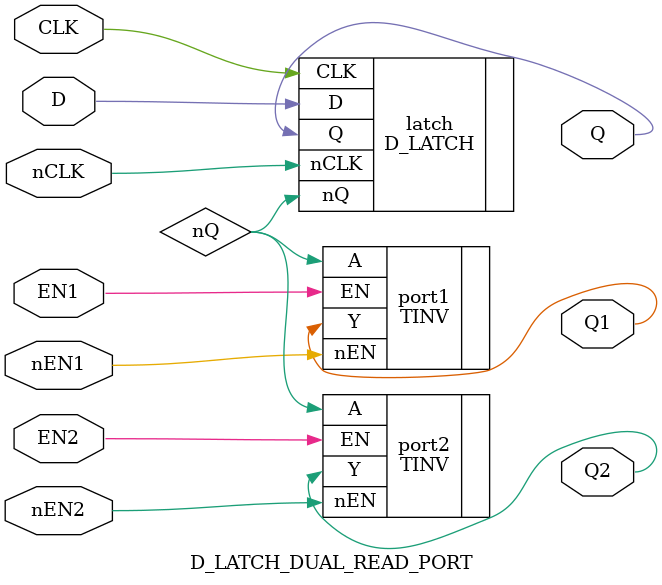
<source format=v>
`include "../D_LATCH/D_LATCH.v"

module D_LATCH_DUAL_READ_PORT(
    input D,
    input CLK,
    input nCLK,
    output Q,
    input EN1,
    input nEN1,
    input EN2,
    input nEN2,
    output Q1,
    output Q2,
);
    wire nQ;
    D_LATCH latch(
        .D(D),
        .CLK(CLK),
        .nCLK(nCLK),
        .Q(Q),
        .nQ(nQ)
    );
    TINV port1(
        .A(nQ),
        .EN(EN1),
        .nEN(nEN1),
        .Y(Q1)
    );
    TINV port2(
        .A(nQ),
        .EN(EN2),
        .nEN(nEN2),
        .Y(Q2)
    );
endmodule
</source>
